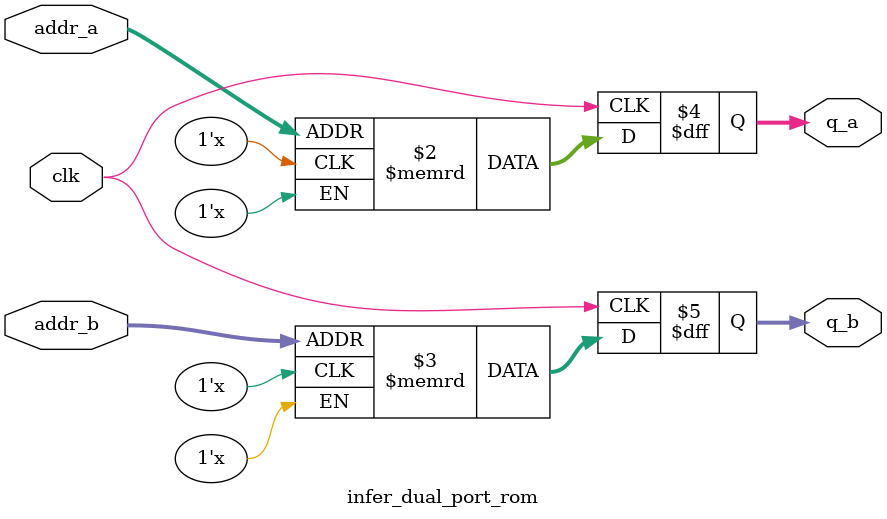
<source format=v>

module infer_dual_port_rom
#(parameter DATA_WIDTH=8, parameter ADDR_WIDTH=8)
(
	input [(ADDR_WIDTH-1):0] addr_a, addr_b,
	input clk, 
	output reg [(DATA_WIDTH-1):0] q_a, q_b
);

	// Declare the ROM variable
	(* ram_init_file = "../orig/memory_test.mif" *) reg [DATA_WIDTH-1:0] rom[2**ADDR_WIDTH-1:0];

	always @ (posedge clk)
	begin
		q_a <= rom[addr_a];
		q_b <= rom[addr_b];
	end

endmodule

</source>
